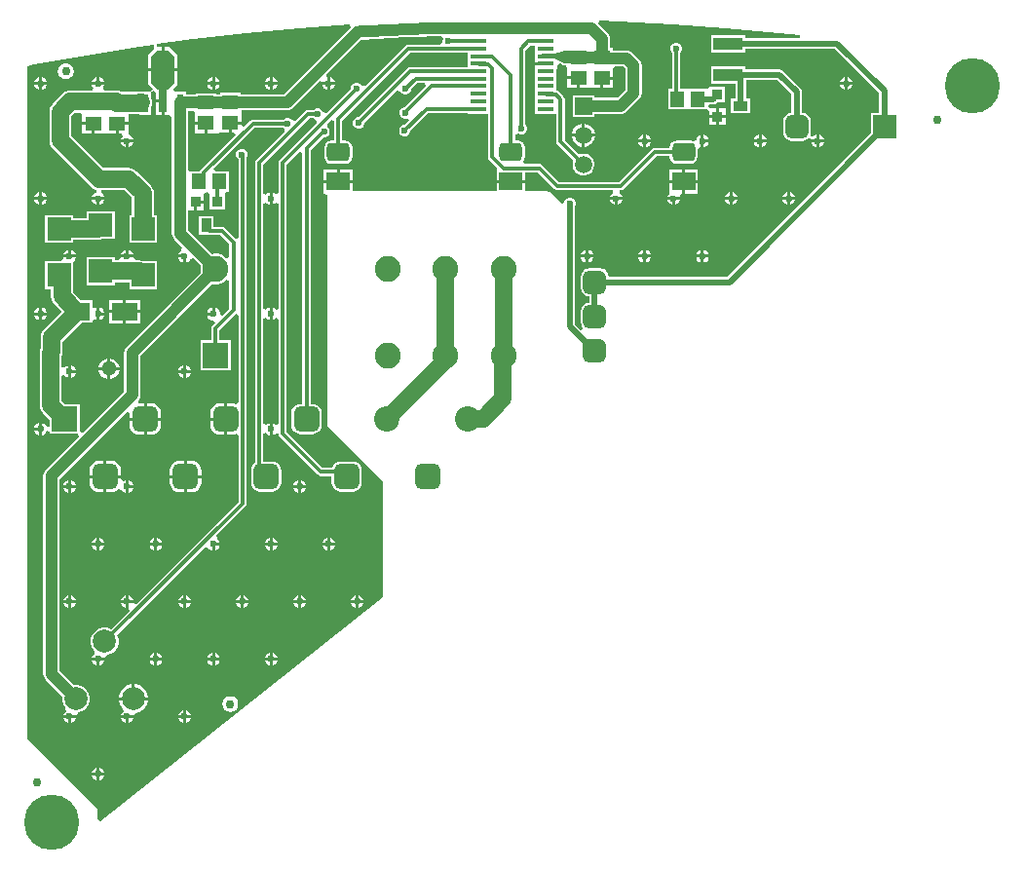
<source format=gtl>
G04*
G04 #@! TF.GenerationSoftware,Altium Limited,Altium Designer,24.10.1 (45)*
G04*
G04 Layer_Physical_Order=1*
G04 Layer_Color=255*
%FSLAX43Y43*%
%MOMM*%
G71*
G04*
G04 #@! TF.SameCoordinates,DA216BA7-6C9C-4F93-A9C1-4DB8622052F4*
G04*
G04*
G04 #@! TF.FilePolarity,Positive*
G04*
G01*
G75*
%ADD10C,0.300*%
%ADD17C,0.500*%
%ADD19R,1.200X1.400*%
%ADD20R,1.400X1.200*%
%ADD21R,1.475X0.450*%
%ADD22R,2.000X2.000*%
%ADD23R,2.200X1.550*%
%ADD24R,1.270X0.914*%
%ADD25R,0.914X0.914*%
%ADD26R,0.914X1.270*%
%ADD27R,0.914X0.914*%
%ADD28R,2.600X1.100*%
G04:AMPARAMS|DCode=29|XSize=2mm|YSize=3.4mm|CornerRadius=0mm|HoleSize=0mm|Usage=FLASHONLY|Rotation=180.000|XOffset=0mm|YOffset=0mm|HoleType=Round|Shape=Octagon|*
%AMOCTAGOND29*
4,1,8,0.500,-1.700,-0.500,-1.700,-1.000,-1.200,-1.000,1.200,-0.500,1.700,0.500,1.700,1.000,1.200,1.000,-1.200,0.500,-1.700,0.0*
%
%ADD29OCTAGOND29*%

%ADD30R,0.600X1.600*%
%ADD31R,0.700X2.000*%
%ADD59C,1.000*%
%ADD60C,0.762*%
%ADD61C,1.500*%
%ADD62R,2.000X1.600*%
G04:AMPARAMS|DCode=63|XSize=2mm|YSize=1.6mm|CornerRadius=0.4mm|HoleSize=0mm|Usage=FLASHONLY|Rotation=0.000|XOffset=0mm|YOffset=0mm|HoleType=Round|Shape=RoundedRectangle|*
%AMROUNDEDRECTD63*
21,1,2.000,0.800,0,0,0.0*
21,1,1.200,1.600,0,0,0.0*
1,1,0.800,0.600,-0.400*
1,1,0.800,-0.600,-0.400*
1,1,0.800,-0.600,0.400*
1,1,0.800,0.600,0.400*
%
%ADD63ROUNDEDRECTD63*%
%ADD64C,1.500*%
%ADD65R,1.500X1.500*%
%ADD66C,1.300*%
%ADD67C,4.800*%
%ADD68R,2.250X2.250*%
%ADD69C,2.250*%
%ADD70C,2.200*%
G04:AMPARAMS|DCode=71|XSize=2.2mm|YSize=2.2mm|CornerRadius=0.55mm|HoleSize=0mm|Usage=FLASHONLY|Rotation=90.000|XOffset=0mm|YOffset=0mm|HoleType=Round|Shape=RoundedRectangle|*
%AMROUNDEDRECTD71*
21,1,2.200,1.100,0,0,90.0*
21,1,1.100,2.200,0,0,90.0*
1,1,1.100,0.550,0.550*
1,1,1.100,0.550,-0.550*
1,1,1.100,-0.550,-0.550*
1,1,1.100,-0.550,0.550*
%
%ADD71ROUNDEDRECTD71*%
%ADD72R,2.200X2.200*%
%ADD73C,2.000*%
G04:AMPARAMS|DCode=74|XSize=2mm|YSize=2mm|CornerRadius=0.5mm|HoleSize=0mm|Usage=FLASHONLY|Rotation=180.000|XOffset=0mm|YOffset=0mm|HoleType=Round|Shape=RoundedRectangle|*
%AMROUNDEDRECTD74*
21,1,2.000,1.000,0,0,180.0*
21,1,1.000,2.000,0,0,180.0*
1,1,1.000,-0.500,0.500*
1,1,1.000,0.500,0.500*
1,1,1.000,0.500,-0.500*
1,1,1.000,-0.500,-0.500*
%
%ADD74ROUNDEDRECTD74*%
%ADD75C,0.600*%
G36*
X89941Y113840D02*
X89919Y113786D01*
Y113588D01*
X89729Y113382D01*
X86928D01*
X86792Y113355D01*
X86676Y113277D01*
X83196Y109797D01*
X82896Y109857D01*
X82893Y109865D01*
X82752Y110005D01*
X82568Y110082D01*
X82369D01*
X82186Y110005D01*
X82045Y109865D01*
X81969Y109681D01*
Y109586D01*
X79819Y107437D01*
X79719Y107450D01*
X79545Y107521D01*
X79489Y107655D01*
X79348Y107796D01*
X79165Y107872D01*
X78966D01*
X78782Y107796D01*
X78715Y107729D01*
X78202D01*
X78065Y107701D01*
X77949Y107624D01*
X77128Y106803D01*
X76847Y106817D01*
X76707Y106957D01*
X76523Y107034D01*
X76324D01*
X76140Y106957D01*
X76073Y106890D01*
X73452D01*
X73315Y106863D01*
X73199Y106786D01*
X72651Y106238D01*
X72417Y106335D01*
Y106461D01*
X71590D01*
Y105734D01*
X71815D01*
X71913Y105499D01*
X68914Y102501D01*
X68837Y102385D01*
X68836Y102379D01*
X67916D01*
X67808Y102588D01*
Y107644D01*
X68336D01*
X68400Y107416D01*
X68400Y107331D01*
Y106689D01*
X69354D01*
Y106562D01*
X69481D01*
Y105708D01*
X70265D01*
X70308Y105708D01*
X70552Y105734D01*
X71336D01*
Y106588D01*
X71463D01*
Y106715D01*
X72417D01*
Y107442D01*
X72417Y107442D01*
X72451Y107682D01*
X76398D01*
X76581Y107706D01*
X76751Y107776D01*
X76897Y107889D01*
X79211Y110202D01*
X79361Y110144D01*
X79383Y110127D01*
X79873D01*
Y110617D01*
X79856Y110639D01*
X79798Y110789D01*
X82831Y113822D01*
X86752Y114030D01*
X88566Y114088D01*
Y114088D01*
X88571Y114094D01*
X89787D01*
X89941Y113840D01*
D02*
G37*
G36*
X101519Y112643D02*
X101722Y112440D01*
X101657Y112375D01*
X101722Y112310D01*
X101519Y112107D01*
Y111766D01*
X100503D01*
X99639Y112172D01*
X98468D01*
X98894Y112375D01*
X98468Y112578D01*
X99639D01*
X100528Y112884D01*
X101519D01*
Y112643D01*
D02*
G37*
G36*
X105261Y115429D02*
X109897Y115183D01*
X114528Y114838D01*
X119150Y114396D01*
X120954Y114184D01*
X120939Y113930D01*
X116227D01*
Y114222D01*
X113227D01*
Y112722D01*
X116227D01*
Y113013D01*
X124007D01*
X127857Y109163D01*
Y107429D01*
X127116D01*
Y105678D01*
X114641Y93203D01*
X104350D01*
Y93244D01*
X104326Y93427D01*
X104256Y93597D01*
X104144Y93743D01*
X103997Y93856D01*
X103827Y93926D01*
X103644Y93950D01*
X102644D01*
X102462Y93926D01*
X102291Y93856D01*
X102145Y93743D01*
X102033Y93597D01*
X101962Y93427D01*
X101938Y93244D01*
Y92244D01*
X101962Y92061D01*
X102033Y91891D01*
X102145Y91745D01*
X102291Y91633D01*
X102462Y91562D01*
X102644Y91538D01*
X102686D01*
Y90950D01*
X102644D01*
X102462Y90926D01*
X102291Y90856D01*
X102145Y90743D01*
X102033Y90597D01*
X101962Y90427D01*
X101938Y90244D01*
Y89244D01*
X101962Y89061D01*
X102033Y88891D01*
X102123Y88773D01*
X101932Y88605D01*
X101444Y89093D01*
Y99391D01*
X101485Y99491D01*
Y99689D01*
X101409Y99873D01*
X101269Y100014D01*
X101085Y100090D01*
X100886D01*
X100702Y100014D01*
X100562Y99873D01*
X100485Y99689D01*
Y99686D01*
X100231Y99580D01*
X99265Y100546D01*
X99157Y100619D01*
X99030Y100644D01*
X97114D01*
Y101378D01*
X94606D01*
Y100644D01*
X82114D01*
Y101378D01*
X79606D01*
Y100451D01*
X79644D01*
X79875Y100311D01*
Y80422D01*
X79900Y80295D01*
X79972Y80187D01*
X84752Y75408D01*
Y65344D01*
X60143Y45927D01*
X59915Y46038D01*
Y46844D01*
X59888Y46980D01*
X59810Y47096D01*
X53816Y53090D01*
X53816Y111519D01*
X54440Y111647D01*
X59008Y112480D01*
X63592Y113216D01*
X64751Y113377D01*
X64801Y113338D01*
X64822Y113013D01*
X64348Y112539D01*
Y111339D01*
X65475D01*
Y113166D01*
X65076D01*
X65059Y113420D01*
X68191Y113855D01*
X72803Y114396D01*
X77425Y114838D01*
X81818Y115165D01*
X81931Y114919D01*
X76106Y109094D01*
X72363D01*
Y109188D01*
X70563D01*
Y109056D01*
X70254D01*
Y109162D01*
X68454D01*
Y109056D01*
X67602D01*
Y109312D01*
X66642D01*
X66491Y109520D01*
X66856Y109885D01*
Y111085D01*
X65602D01*
X64348D01*
Y109885D01*
X64713Y109520D01*
X64562Y109312D01*
X64364Y109312D01*
X63602D01*
Y109287D01*
X63579Y109284D01*
X61987D01*
X61794Y109364D01*
X61546Y109397D01*
X60539D01*
X60434Y109651D01*
X60470Y109686D01*
X60547Y109873D01*
X59453D01*
X59530Y109686D01*
X59566Y109651D01*
X59461Y109397D01*
X57592D01*
X57344Y109364D01*
X57113Y109268D01*
X56914Y109116D01*
X56036Y108237D01*
X55883Y108039D01*
X55788Y107808D01*
X55755Y107560D01*
Y105060D01*
X55788Y104812D01*
X55883Y104581D01*
X56036Y104383D01*
X59388Y101030D01*
X59587Y100878D01*
X59802Y100789D01*
X59819Y100733D01*
X59821Y100525D01*
X59686Y100470D01*
X59530Y100314D01*
X59453Y100127D01*
X60547D01*
X60470Y100314D01*
X60314Y100470D01*
X60252Y100495D01*
X60302Y100749D01*
X62260D01*
X62918Y100091D01*
Y98558D01*
X62676D01*
Y96158D01*
X65076D01*
Y98558D01*
X64834D01*
Y100488D01*
X64802Y100736D01*
X64706Y100967D01*
X64554Y101166D01*
X63334Y102385D01*
X63136Y102537D01*
X62905Y102633D01*
X62657Y102666D01*
X60463D01*
X57671Y105457D01*
Y107163D01*
X57989Y107480D01*
X58384D01*
X58596Y107380D01*
X58596Y107226D01*
Y106653D01*
X59550D01*
Y106526D01*
X59677D01*
Y105672D01*
X60450D01*
X60504Y105672D01*
X60704D01*
X60758Y105672D01*
X61531D01*
Y106526D01*
X61658D01*
Y106653D01*
X62612D01*
Y107368D01*
X63602D01*
Y107312D01*
X64602D01*
Y107975D01*
X64649Y108089D01*
X64682Y108337D01*
X64649Y108585D01*
X64602Y108699D01*
Y109061D01*
X64602Y109271D01*
X64810Y109423D01*
X64975Y109258D01*
X64998D01*
Y108639D01*
X65602D01*
Y108512D01*
X65729D01*
Y107258D01*
X66142D01*
X66206Y107258D01*
X66396Y107103D01*
Y96976D01*
X66420Y96793D01*
X66490Y96623D01*
X66603Y96477D01*
X67291Y95788D01*
X67232Y95489D01*
X67186Y95470D01*
X67030Y95314D01*
X66953Y95127D01*
X67500D01*
Y95000D01*
X67627D01*
Y94453D01*
X67814Y94530D01*
X67970Y94686D01*
X67989Y94732D01*
X68288Y94791D01*
X68894Y94186D01*
X68862Y94066D01*
Y93717D01*
X68894Y93597D01*
X62437Y87140D01*
X62325Y86994D01*
X62254Y86824D01*
X62230Y86641D01*
Y83229D01*
X58639Y79638D01*
X58385Y79743D01*
Y82150D01*
X57140D01*
X56808Y82482D01*
Y84577D01*
X56913Y84629D01*
X57062Y84655D01*
X57186Y84530D01*
X57373Y84453D01*
Y85000D01*
Y85547D01*
X57186Y85470D01*
X57062Y85345D01*
X56913Y85371D01*
X56808Y85423D01*
Y86361D01*
X56855Y86475D01*
X56888Y86723D01*
Y87540D01*
X58496Y89148D01*
X58536Y89201D01*
X59468D01*
Y89389D01*
X59574Y89457D01*
X59722Y89515D01*
X59873Y89453D01*
Y90000D01*
Y90547D01*
X59722Y90485D01*
X59574Y90543D01*
X59468Y90611D01*
Y91151D01*
X58536D01*
X58496Y91204D01*
X57794Y91905D01*
Y93108D01*
X57786Y93170D01*
Y94519D01*
X57814Y94530D01*
X57970Y94686D01*
X58047Y94873D01*
X56953D01*
X56978Y94812D01*
X56827Y94558D01*
X55386D01*
Y92158D01*
X55878D01*
Y91508D01*
X55911Y91260D01*
X56006Y91029D01*
X56159Y90831D01*
X56813Y90176D01*
X55252Y88615D01*
X55100Y88416D01*
X55004Y88185D01*
X54971Y87937D01*
Y87005D01*
X54924Y86891D01*
X54891Y86643D01*
Y82085D01*
X54924Y81837D01*
X55020Y81606D01*
X55172Y81407D01*
X55785Y80795D01*
Y80217D01*
X55531Y80167D01*
X55470Y80314D01*
X55314Y80470D01*
X55127Y80547D01*
Y80000D01*
Y79453D01*
X55314Y79530D01*
X55470Y79686D01*
X55531Y79833D01*
X55785Y79783D01*
Y79550D01*
X58191D01*
X58297Y79296D01*
X55427Y76426D01*
X55314Y76280D01*
X55244Y76109D01*
X55220Y75927D01*
Y58658D01*
X55244Y58476D01*
X55314Y58305D01*
X55427Y58159D01*
X56858Y56728D01*
X56849Y56694D01*
Y56378D01*
X56930Y56072D01*
X57088Y55799D01*
X57155Y55732D01*
X57186Y55470D01*
X57030Y55314D01*
X56953Y55127D01*
X58065D01*
X58192Y55315D01*
X58233Y55343D01*
X58512Y55417D01*
X58785Y55575D01*
X59009Y55799D01*
X59167Y56072D01*
X59249Y56378D01*
Y56694D01*
X59167Y56999D01*
X59009Y57272D01*
X58785Y57496D01*
X58512Y57654D01*
X58207Y57736D01*
X57891D01*
X57856Y57726D01*
X56632Y58951D01*
Y75634D01*
X62478Y81480D01*
X62649Y81424D01*
X62724Y81367D01*
Y80977D01*
X63958D01*
Y82211D01*
X63568D01*
X63491Y82310D01*
X63472Y82355D01*
X63449Y82456D01*
X63548Y82584D01*
X63618Y82754D01*
X63642Y82937D01*
Y86349D01*
X69892Y92599D01*
X70012Y92566D01*
X70361D01*
X70698Y92657D01*
X71000Y92831D01*
X71139Y92970D01*
X71393Y92865D01*
Y90451D01*
X70791Y89849D01*
X70554Y89971D01*
Y90110D01*
X70470Y90314D01*
X70314Y90470D01*
X70127Y90547D01*
Y90000D01*
X70000D01*
Y89873D01*
X69453D01*
X69530Y89686D01*
X69686Y89530D01*
X69890Y89446D01*
X70029D01*
X70151Y89209D01*
X69934Y88992D01*
X69857Y88876D01*
X69830Y88740D01*
Y87716D01*
X68862D01*
Y85066D01*
X71512D01*
Y87716D01*
X70543D01*
Y88592D01*
X71924Y89972D01*
X72178Y89867D01*
Y82296D01*
X71924Y82150D01*
X71844Y82183D01*
X71635Y82211D01*
X71212D01*
Y80850D01*
Y79489D01*
X71635D01*
X71844Y79517D01*
X71924Y79549D01*
X72178Y79403D01*
Y73669D01*
X63280Y64772D01*
X63095Y64868D01*
X63090Y64873D01*
X62627D01*
Y64410D01*
X62632Y64405D01*
X62728Y64220D01*
X61107Y62599D01*
X61012Y62654D01*
X60707Y62736D01*
X60391D01*
X60085Y62654D01*
X59812Y62496D01*
X59588Y62272D01*
X59430Y61999D01*
X59349Y61694D01*
Y61378D01*
X59430Y61072D01*
X59588Y60799D01*
X59655Y60732D01*
X59686Y60470D01*
X59530Y60314D01*
X59453Y60127D01*
X60565D01*
X60692Y60315D01*
X60733Y60343D01*
X61012Y60417D01*
X61285Y60575D01*
X61509Y60799D01*
X61667Y61072D01*
X61749Y61378D01*
Y61694D01*
X61667Y61999D01*
X61612Y62094D01*
X69240Y69723D01*
X69530Y69686D01*
X69686Y69530D01*
X69873Y69453D01*
Y70000D01*
X70000D01*
Y70127D01*
X70547D01*
X70470Y70314D01*
X70314Y70470D01*
X70277Y70760D01*
X72787Y73269D01*
X72864Y73385D01*
X72891Y73522D01*
Y103530D01*
X72910Y103549D01*
X72987Y103732D01*
Y103931D01*
X72910Y104115D01*
X72770Y104256D01*
X72586Y104332D01*
X72387D01*
X72203Y104256D01*
X72063Y104115D01*
X71987Y103931D01*
Y103732D01*
X72063Y103549D01*
X72178Y103434D01*
Y96632D01*
X71924Y96527D01*
X71008Y97443D01*
X70892Y97520D01*
X70756Y97547D01*
X70032D01*
Y98510D01*
X68717D01*
Y96840D01*
X69647D01*
X69682Y96833D01*
X70608D01*
X71393Y96048D01*
Y94918D01*
X71139Y94813D01*
X71000Y94952D01*
X70698Y95126D01*
X70361Y95216D01*
X70012D01*
X69892Y95184D01*
X67808Y97269D01*
Y98996D01*
X68308D01*
Y99707D01*
X68435D01*
Y99834D01*
X69146D01*
Y100418D01*
X69281Y100534D01*
X69470Y100570D01*
X69642Y100432D01*
X69682Y100325D01*
Y99050D01*
X70997D01*
Y100364D01*
X71092Y100579D01*
X71316D01*
Y102379D01*
X70134D01*
X70037Y102614D01*
X73600Y106177D01*
X76073D01*
X76140Y106110D01*
X76154Y105829D01*
X73707Y103382D01*
X73630Y103267D01*
X73603Y103130D01*
Y77014D01*
X73500Y76935D01*
X73379Y76778D01*
X73304Y76596D01*
X73278Y76400D01*
Y75300D01*
X73304Y75104D01*
X73379Y74922D01*
X73500Y74765D01*
X73656Y74645D01*
X73839Y74569D01*
X74035Y74543D01*
X75135D01*
X75330Y74569D01*
X75513Y74645D01*
X75670Y74765D01*
X75790Y74922D01*
X75865Y75104D01*
X75891Y75300D01*
Y76400D01*
X75865Y76596D01*
X75790Y76778D01*
X75670Y76935D01*
X75513Y77055D01*
X75330Y77131D01*
X75135Y77156D01*
X74317D01*
Y79568D01*
X74380Y79603D01*
X74571Y79646D01*
X74686Y79530D01*
X74873Y79453D01*
Y80000D01*
Y80547D01*
X74686Y80470D01*
X74571Y80354D01*
X74380Y80397D01*
X74317Y80432D01*
Y89568D01*
X74380Y89603D01*
X74571Y89646D01*
X74686Y89530D01*
X74873Y89453D01*
Y90000D01*
Y90547D01*
X74686Y90470D01*
X74571Y90354D01*
X74380Y90397D01*
X74317Y90432D01*
Y99568D01*
X74380Y99603D01*
X74571Y99646D01*
X74686Y99530D01*
X74873Y99453D01*
Y100000D01*
Y100547D01*
X74686Y100470D01*
X74571Y100354D01*
X74380Y100397D01*
X74317Y100432D01*
Y102982D01*
X78349Y107015D01*
X78715D01*
X78782Y106948D01*
X78916Y106892D01*
X78987Y106718D01*
X79000Y106618D01*
X75765Y103382D01*
X75688Y103267D01*
X75660Y103130D01*
Y100467D01*
X75406Y100377D01*
X75314Y100470D01*
X75127Y100547D01*
Y100000D01*
Y99453D01*
X75314Y99530D01*
X75406Y99623D01*
X75660Y99533D01*
Y90467D01*
X75406Y90377D01*
X75314Y90470D01*
X75127Y90547D01*
Y90000D01*
Y89453D01*
X75314Y89530D01*
X75406Y89623D01*
X75660Y89533D01*
Y80467D01*
X75406Y80377D01*
X75314Y80470D01*
X75127Y80547D01*
Y80000D01*
Y79453D01*
X75314Y79530D01*
X75406Y79623D01*
X75549Y79601D01*
X75667Y79550D01*
X75688Y79448D01*
X75765Y79332D01*
X79099Y75997D01*
X79215Y75920D01*
X79352Y75893D01*
X80278D01*
Y75300D01*
X80304Y75104D01*
X80379Y74922D01*
X80500Y74765D01*
X80656Y74645D01*
X80839Y74569D01*
X81035Y74543D01*
X82135D01*
X82330Y74569D01*
X82513Y74645D01*
X82670Y74765D01*
X82790Y74922D01*
X82865Y75104D01*
X82891Y75300D01*
Y76400D01*
X82865Y76596D01*
X82790Y76778D01*
X82670Y76935D01*
X82513Y77055D01*
X82330Y77131D01*
X82135Y77156D01*
X81035D01*
X80839Y77131D01*
X80656Y77055D01*
X80500Y76935D01*
X80379Y76778D01*
X80308Y76607D01*
X79499D01*
X76374Y79732D01*
Y102982D01*
X77493Y104101D01*
X77728Y104004D01*
Y82156D01*
X77535D01*
X77339Y82131D01*
X77156Y82055D01*
X77000Y81935D01*
X76879Y81778D01*
X76804Y81596D01*
X76778Y81400D01*
Y80300D01*
X76804Y80104D01*
X76879Y79922D01*
X77000Y79765D01*
X77156Y79645D01*
X77339Y79569D01*
X77535Y79543D01*
X78635D01*
X78830Y79569D01*
X79013Y79645D01*
X79170Y79765D01*
X79290Y79922D01*
X79365Y80104D01*
X79391Y80300D01*
Y81400D01*
X79365Y81596D01*
X79290Y81778D01*
X79170Y81935D01*
X79013Y82055D01*
X78830Y82131D01*
X78635Y82156D01*
X78441D01*
Y104224D01*
X79370Y105152D01*
X79407Y105177D01*
X79537Y105307D01*
X79713D01*
X79897Y105383D01*
X80038Y105524D01*
X80114Y105708D01*
Y105907D01*
X80038Y106091D01*
X79897Y106231D01*
X79898Y106506D01*
X80249Y106857D01*
X80503Y106752D01*
Y105057D01*
X80260D01*
X80025Y105010D01*
X79827Y104877D01*
X79694Y104679D01*
X79648Y104445D01*
Y103645D01*
X79694Y103411D01*
X79827Y103212D01*
X80025Y103080D01*
X80260Y103033D01*
X81460D01*
X81694Y103080D01*
X81892Y103212D01*
X82025Y103411D01*
X82071Y103645D01*
Y104445D01*
X82025Y104679D01*
X81892Y104877D01*
X81694Y105010D01*
X81460Y105057D01*
X81216D01*
Y106809D01*
X87076Y112668D01*
X92081D01*
Y111432D01*
X87137D01*
X87001Y111405D01*
X86885Y111327D01*
X82642Y107084D01*
X82547D01*
X82363Y107008D01*
X82223Y106868D01*
X82147Y106684D01*
Y106485D01*
X82223Y106301D01*
X82363Y106161D01*
X82547Y106084D01*
X82746D01*
X82930Y106161D01*
X83070Y106301D01*
X83147Y106485D01*
Y106580D01*
X85951Y109384D01*
X86236Y109310D01*
X86261Y109248D01*
X86402Y109107D01*
X86586Y109031D01*
X86785D01*
X86968Y109107D01*
X87109Y109248D01*
X87185Y109431D01*
Y109526D01*
X87727Y110068D01*
X88391D01*
X88496Y109814D01*
X86655Y107973D01*
X86586D01*
X86402Y107897D01*
X86261Y107757D01*
X86185Y107573D01*
Y107374D01*
X86261Y107190D01*
X86402Y107050D01*
X86586Y106973D01*
X86785D01*
X86845Y106998D01*
X86989Y106783D01*
X86630Y106424D01*
X86535D01*
X86351Y106348D01*
X86211Y106207D01*
X86134Y106023D01*
Y105825D01*
X86211Y105641D01*
X86351Y105500D01*
X86535Y105424D01*
X86734D01*
X86918Y105500D01*
X87058Y105641D01*
X87134Y105825D01*
Y105919D01*
X88683Y107468D01*
X92081D01*
Y107400D01*
X93872D01*
Y103615D01*
X93899Y103478D01*
X93977Y103362D01*
X94657Y102682D01*
X94606Y102559D01*
X94606D01*
Y101632D01*
X97114D01*
Y102298D01*
X98215D01*
X99667Y100846D01*
X99783Y100768D01*
X99920Y100741D01*
X104678D01*
X104728Y100487D01*
X104686Y100470D01*
X104530Y100314D01*
X104453Y100127D01*
X105547D01*
X105470Y100314D01*
X105314Y100470D01*
X105272Y100487D01*
X105322Y100741D01*
X105430D01*
X105567Y100768D01*
X105683Y100846D01*
X108525Y103688D01*
X109648D01*
Y103645D01*
X109694Y103411D01*
X109827Y103212D01*
X110025Y103080D01*
X110260Y103033D01*
X111460D01*
X111694Y103080D01*
X111892Y103212D01*
X112025Y103411D01*
X112071Y103645D01*
Y104313D01*
X112306Y104475D01*
X112317Y104476D01*
X112373Y104453D01*
Y105000D01*
Y105547D01*
X112186Y105470D01*
X112030Y105314D01*
X111958Y105139D01*
X111904Y105094D01*
X111694Y105010D01*
X111460Y105057D01*
X110260D01*
X110025Y105010D01*
X109827Y104877D01*
X109694Y104679D01*
X109648Y104445D01*
Y104402D01*
X108377D01*
X108241Y104374D01*
X108125Y104297D01*
X105283Y101455D01*
X100067D01*
X98615Y102907D01*
X98499Y102984D01*
X98363Y103012D01*
X97040D01*
X96992Y103077D01*
X96928Y103266D01*
X97025Y103411D01*
X97071Y103645D01*
Y104445D01*
X97025Y104679D01*
X96892Y104877D01*
X96694Y105010D01*
X96460Y105057D01*
X96216D01*
Y105579D01*
X96470Y105684D01*
X96486Y105669D01*
X96670Y105592D01*
X96868D01*
X97052Y105669D01*
X97193Y105809D01*
X97269Y105993D01*
Y106192D01*
X97193Y106376D01*
X97075Y106493D01*
Y112888D01*
X97505Y113318D01*
X97957D01*
Y112204D01*
X97903D01*
Y111852D01*
X98894D01*
Y111598D01*
X97903D01*
Y111246D01*
X97957D01*
Y110000D01*
Y109350D01*
Y108700D01*
Y108050D01*
Y107400D01*
X99816D01*
Y104959D01*
X99843Y104822D01*
X99920Y104706D01*
X101274Y103353D01*
X101269Y103344D01*
X101204Y103103D01*
Y102853D01*
X101269Y102611D01*
X101394Y102394D01*
X101570Y102217D01*
X101787Y102092D01*
X102029Y102028D01*
X102279D01*
X102520Y102092D01*
X102737Y102217D01*
X102914Y102394D01*
X103039Y102611D01*
X103104Y102853D01*
Y103103D01*
X103039Y103344D01*
X102914Y103561D01*
X102737Y103738D01*
X102520Y103863D01*
X102279Y103928D01*
X102029D01*
X101787Y103863D01*
X101778Y103858D01*
X100529Y105107D01*
Y108654D01*
X100502Y108791D01*
X100425Y108906D01*
X100029Y109302D01*
X99913Y109380D01*
X99832Y109396D01*
Y110000D01*
Y111246D01*
X99886D01*
Y111594D01*
X100100Y111730D01*
X100416Y111581D01*
X100421Y111580D01*
X100425Y111578D01*
X100459Y111571D01*
X100493Y111562D01*
X100498Y111563D01*
X100503Y111562D01*
X100632D01*
X100768Y111364D01*
X100768Y111279D01*
Y110637D01*
X101722D01*
Y110510D01*
X101849D01*
Y109656D01*
X102582D01*
X102825Y109631D01*
X102919Y109631D01*
X103652D01*
Y110485D01*
X103779D01*
Y110612D01*
X104733D01*
Y111225D01*
X104733Y111339D01*
X104929Y111479D01*
X105606D01*
X105817Y111269D01*
Y109468D01*
X105113Y108764D01*
X103104D01*
Y109008D01*
X101204D01*
Y107108D01*
X103104D01*
Y107352D01*
X105405D01*
X105588Y107376D01*
X105758Y107446D01*
X105904Y107558D01*
X107022Y108676D01*
X107134Y108822D01*
X107205Y108992D01*
X107229Y109175D01*
Y111561D01*
X107205Y111744D01*
X107134Y111914D01*
X107022Y112060D01*
X106398Y112684D01*
X106252Y112796D01*
X106082Y112867D01*
X105899Y112891D01*
X104679D01*
Y113085D01*
X104485D01*
Y113900D01*
X104461Y114082D01*
X104391Y114253D01*
X104279Y114399D01*
X103444Y115233D01*
X103514Y115443D01*
X103547Y115484D01*
X105261Y115429D01*
D02*
G37*
%LPC*%
G36*
X80127Y110547D02*
Y110127D01*
X80547D01*
X80470Y110314D01*
X80314Y110470D01*
X80127Y110547D01*
D02*
G37*
G36*
X80547Y109873D02*
X80127D01*
Y109453D01*
X80314Y109530D01*
X80470Y109686D01*
X80547Y109873D01*
D02*
G37*
G36*
X79873D02*
X79453D01*
X79530Y109686D01*
X79686Y109530D01*
X79873Y109453D01*
Y109873D01*
D02*
G37*
G36*
X69227Y106435D02*
X68400D01*
Y105708D01*
X69227D01*
Y106435D01*
D02*
G37*
G36*
X66229Y113166D02*
X65729D01*
Y111339D01*
X66856D01*
Y112539D01*
X66229Y113166D01*
D02*
G37*
G36*
X57238Y111765D02*
X57104D01*
X56972Y111739D01*
X56848Y111687D01*
X56737Y111613D01*
X56642Y111518D01*
X56567Y111406D01*
X56516Y111282D01*
X56490Y111151D01*
Y111016D01*
X56516Y110885D01*
X56567Y110761D01*
X56642Y110649D01*
X56737Y110554D01*
X56848Y110480D01*
X56972Y110428D01*
X57104Y110402D01*
X57238D01*
X57370Y110428D01*
X57494Y110480D01*
X57605Y110554D01*
X57700Y110649D01*
X57775Y110761D01*
X57826Y110885D01*
X57852Y111016D01*
Y111151D01*
X57826Y111282D01*
X57775Y111406D01*
X57700Y111518D01*
X57605Y111613D01*
X57494Y111687D01*
X57370Y111739D01*
X57238Y111765D01*
D02*
G37*
G36*
X125127Y110547D02*
Y110127D01*
X125547D01*
X125470Y110314D01*
X125314Y110470D01*
X125127Y110547D01*
D02*
G37*
G36*
X124873D02*
X124686Y110470D01*
X124530Y110314D01*
X124453Y110127D01*
X124873D01*
Y110547D01*
D02*
G37*
G36*
X75127D02*
Y110127D01*
X75547D01*
X75470Y110314D01*
X75314Y110470D01*
X75127Y110547D01*
D02*
G37*
G36*
X74873D02*
X74686Y110470D01*
X74530Y110314D01*
X74453Y110127D01*
X74873D01*
Y110547D01*
D02*
G37*
G36*
X70127D02*
Y110127D01*
X70547D01*
X70470Y110314D01*
X70314Y110470D01*
X70127Y110547D01*
D02*
G37*
G36*
X69873D02*
X69686Y110470D01*
X69530Y110314D01*
X69453Y110127D01*
X69873D01*
Y110547D01*
D02*
G37*
G36*
X60127D02*
Y110127D01*
X60547D01*
X60470Y110314D01*
X60314Y110470D01*
X60127Y110547D01*
D02*
G37*
G36*
X59873D02*
X59686Y110470D01*
X59530Y110314D01*
X59453Y110127D01*
X59873D01*
Y110547D01*
D02*
G37*
G36*
X55127D02*
Y110127D01*
X55547D01*
X55470Y110314D01*
X55314Y110470D01*
X55127Y110547D01*
D02*
G37*
G36*
X54873D02*
X54686Y110470D01*
X54530Y110314D01*
X54453Y110127D01*
X54873D01*
Y110547D01*
D02*
G37*
G36*
X101595Y110383D02*
X100768D01*
Y109656D01*
X101595D01*
Y110383D01*
D02*
G37*
G36*
X104733Y110358D02*
X103906D01*
Y109631D01*
X104733D01*
Y110358D01*
D02*
G37*
G36*
X125547Y109873D02*
X125127D01*
Y109453D01*
X125314Y109530D01*
X125470Y109686D01*
X125547Y109873D01*
D02*
G37*
G36*
X124873D02*
X124453D01*
X124530Y109686D01*
X124686Y109530D01*
X124873Y109453D01*
Y109873D01*
D02*
G37*
G36*
X75547D02*
X75127D01*
Y109453D01*
X75314Y109530D01*
X75470Y109686D01*
X75547Y109873D01*
D02*
G37*
G36*
X74873D02*
X74453D01*
X74530Y109686D01*
X74686Y109530D01*
X74873Y109453D01*
Y109873D01*
D02*
G37*
G36*
X70547D02*
X70127D01*
Y109453D01*
X70314Y109530D01*
X70470Y109686D01*
X70547Y109873D01*
D02*
G37*
G36*
X69873D02*
X69453D01*
X69530Y109686D01*
X69686Y109530D01*
X69873Y109453D01*
Y109873D01*
D02*
G37*
G36*
X55547D02*
X55127D01*
Y109453D01*
X55314Y109530D01*
X55470Y109686D01*
X55547Y109873D01*
D02*
G37*
G36*
X54873D02*
X54453D01*
X54530Y109686D01*
X54686Y109530D01*
X54873Y109453D01*
Y109873D01*
D02*
G37*
G36*
X65475Y108385D02*
X64998D01*
Y107258D01*
X65475D01*
Y108385D01*
D02*
G37*
G36*
X113914Y107842D02*
Y107257D01*
X114498D01*
Y107842D01*
X113914D01*
D02*
G37*
G36*
X110305Y113552D02*
X110106D01*
X109922Y113476D01*
X109782Y113335D01*
X109706Y113151D01*
Y112953D01*
X109782Y112769D01*
X109849Y112702D01*
Y109567D01*
X109496D01*
Y107767D01*
X111042D01*
X111096Y107767D01*
X111296Y107767D01*
X111350Y107767D01*
X112791Y107767D01*
X112896Y107767D01*
X113076Y107588D01*
D01*
X113076Y107588D01*
Y107257D01*
X113660D01*
Y107842D01*
X113181Y107842D01*
D01*
X113179D01*
X113005Y108066D01*
X113058Y108208D01*
X113419D01*
X113594Y108243D01*
X113743Y108343D01*
X113779Y108378D01*
X114444D01*
Y109693D01*
X113130D01*
Y109616D01*
X112896Y109567D01*
Y109567D01*
X111350D01*
X111296Y109567D01*
X111096Y109567D01*
X111042Y109567D01*
X110562D01*
Y112702D01*
X110629Y112769D01*
X110706Y112953D01*
Y113151D01*
X110629Y113335D01*
X110489Y113476D01*
X110305Y113552D01*
D02*
G37*
G36*
X114498Y107003D02*
X113914D01*
Y106419D01*
X114498D01*
Y107003D01*
D02*
G37*
G36*
X113660D02*
X113076D01*
Y106419D01*
X113660D01*
Y107003D01*
D02*
G37*
G36*
X59423Y106399D02*
X58596D01*
Y105672D01*
X59423D01*
Y106399D01*
D02*
G37*
G36*
X102286Y106522D02*
X102281D01*
Y105645D01*
X103158D01*
Y105650D01*
X103089Y105905D01*
X102957Y106134D01*
X102770Y106321D01*
X102541Y106453D01*
X102286Y106522D01*
D02*
G37*
G36*
X102027D02*
X102022D01*
X101766Y106453D01*
X101537Y106321D01*
X101350Y106134D01*
X101218Y105905D01*
X101150Y105650D01*
Y105645D01*
X102027D01*
Y106522D01*
D02*
G37*
G36*
X122627Y105547D02*
Y105127D01*
X123047D01*
X122970Y105314D01*
X122814Y105470D01*
X122627Y105547D01*
D02*
G37*
G36*
X116227Y111522D02*
X113227D01*
Y110022D01*
X115360D01*
Y108728D01*
X114984D01*
Y107413D01*
X116654D01*
Y108728D01*
X116278D01*
Y110313D01*
X119011D01*
X120237Y109087D01*
Y107435D01*
X120196D01*
X120013Y107411D01*
X119843Y107340D01*
X119697Y107228D01*
X119584Y107082D01*
X119514Y106912D01*
X119490Y106729D01*
Y105729D01*
X119514Y105546D01*
X119584Y105376D01*
X119697Y105230D01*
X119843Y105117D01*
X120013Y105047D01*
X120196Y105023D01*
X121196D01*
X121379Y105047D01*
X121549Y105117D01*
X121695Y105230D01*
X121734Y105281D01*
X121750Y105302D01*
X121972Y105174D01*
X121959Y105142D01*
X121953Y105127D01*
X122373D01*
Y105547D01*
X122186Y105470D01*
X122104Y105387D01*
X122075Y105358D01*
X121860Y105502D01*
X121868Y105523D01*
X121878Y105546D01*
X121902Y105729D01*
Y106729D01*
X121878Y106912D01*
X121807Y107082D01*
X121695Y107228D01*
X121549Y107340D01*
X121379Y107411D01*
X121196Y107435D01*
X121155D01*
Y109277D01*
X121120Y109452D01*
X121020Y109601D01*
X119525Y111096D01*
X119377Y111195D01*
X119201Y111230D01*
X116227D01*
Y111522D01*
D02*
G37*
G36*
X117627Y105547D02*
Y105127D01*
X118047D01*
X117970Y105314D01*
X117814Y105470D01*
X117627Y105547D01*
D02*
G37*
G36*
X117373D02*
X117186Y105470D01*
X117030Y105314D01*
X116953Y105127D01*
X117373D01*
Y105547D01*
D02*
G37*
G36*
X112627D02*
Y105127D01*
X113047D01*
X112970Y105314D01*
X112814Y105470D01*
X112627Y105547D01*
D02*
G37*
G36*
X107627D02*
Y105127D01*
X108047D01*
X107970Y105314D01*
X107814Y105470D01*
X107627Y105547D01*
D02*
G37*
G36*
X107373D02*
X107186Y105470D01*
X107030Y105314D01*
X106953Y105127D01*
X107373D01*
Y105547D01*
D02*
G37*
G36*
X62612Y106399D02*
X61785D01*
Y105672D01*
X62057D01*
X62065Y105658D01*
X62135Y105418D01*
X62030Y105314D01*
X61953Y105127D01*
X63047D01*
X62970Y105314D01*
X62814Y105470D01*
X62775Y105486D01*
X62612Y105672D01*
X62612Y105807D01*
Y106399D01*
D02*
G37*
G36*
X103158Y105391D02*
X102281D01*
Y104514D01*
X102286D01*
X102541Y104582D01*
X102770Y104714D01*
X102957Y104901D01*
X103089Y105130D01*
X103158Y105385D01*
Y105391D01*
D02*
G37*
G36*
X102027D02*
X101150D01*
Y105385D01*
X101218Y105130D01*
X101350Y104901D01*
X101537Y104714D01*
X101766Y104582D01*
X102022Y104514D01*
X102027D01*
Y105391D01*
D02*
G37*
G36*
X123047Y104873D02*
X122627D01*
Y104453D01*
X122814Y104530D01*
X122970Y104686D01*
X123047Y104873D01*
D02*
G37*
G36*
X122373D02*
X121953D01*
X122030Y104686D01*
X122186Y104530D01*
X122373Y104453D01*
Y104873D01*
D02*
G37*
G36*
X118047D02*
X117627D01*
Y104453D01*
X117814Y104530D01*
X117970Y104686D01*
X118047Y104873D01*
D02*
G37*
G36*
X117373D02*
X116953D01*
X117030Y104686D01*
X117186Y104530D01*
X117373Y104453D01*
Y104873D01*
D02*
G37*
G36*
X113047D02*
X112627D01*
Y104453D01*
X112814Y104530D01*
X112970Y104686D01*
X113047Y104873D01*
D02*
G37*
G36*
X108047D02*
X107627D01*
Y104453D01*
X107814Y104530D01*
X107970Y104686D01*
X108047Y104873D01*
D02*
G37*
G36*
X107373D02*
X106953D01*
X107030Y104686D01*
X107186Y104530D01*
X107373Y104453D01*
Y104873D01*
D02*
G37*
G36*
X63047D02*
X62627D01*
Y104453D01*
X62814Y104530D01*
X62970Y104686D01*
X63047Y104873D01*
D02*
G37*
G36*
X62373D02*
X61953D01*
X62030Y104686D01*
X62186Y104530D01*
X62373Y104453D01*
Y104873D01*
D02*
G37*
G36*
X112114Y102559D02*
X110987D01*
Y101632D01*
X112114D01*
Y102559D01*
D02*
G37*
G36*
X110733D02*
X109606D01*
Y101632D01*
X110733D01*
Y102559D01*
D02*
G37*
G36*
X82114D02*
X80987D01*
Y101632D01*
X82114D01*
Y102559D01*
D02*
G37*
G36*
X80733D02*
X79606D01*
Y101632D01*
X80733D01*
Y102559D01*
D02*
G37*
G36*
X112114Y101378D02*
X110987D01*
Y100451D01*
X112114D01*
Y101378D01*
D02*
G37*
G36*
X120127Y100547D02*
Y100127D01*
X120547D01*
X120470Y100314D01*
X120314Y100470D01*
X120127Y100547D01*
D02*
G37*
G36*
X119873D02*
X119686Y100470D01*
X119530Y100314D01*
X119453Y100127D01*
X119873D01*
Y100547D01*
D02*
G37*
G36*
X115127D02*
Y100127D01*
X115547D01*
X115470Y100314D01*
X115314Y100470D01*
X115127Y100547D01*
D02*
G37*
G36*
X114873D02*
X114686Y100470D01*
X114530Y100314D01*
X114453Y100127D01*
X114873D01*
Y100547D01*
D02*
G37*
G36*
X110733Y101378D02*
X109606D01*
Y100451D01*
X109543Y100327D01*
X109530Y100314D01*
X109453Y100127D01*
X110547D01*
X110518Y100197D01*
X110665Y100451D01*
X110733D01*
Y101378D01*
D02*
G37*
G36*
X55127Y100547D02*
Y100127D01*
X55547D01*
X55470Y100314D01*
X55314Y100470D01*
X55127Y100547D01*
D02*
G37*
G36*
X54873D02*
X54686Y100470D01*
X54530Y100314D01*
X54453Y100127D01*
X54873D01*
Y100547D01*
D02*
G37*
G36*
X120547Y99873D02*
X120127D01*
Y99453D01*
X120314Y99530D01*
X120470Y99686D01*
X120547Y99873D01*
D02*
G37*
G36*
X119873D02*
X119453D01*
X119530Y99686D01*
X119686Y99530D01*
X119873Y99453D01*
Y99873D01*
D02*
G37*
G36*
X115547D02*
X115127D01*
Y99453D01*
X115314Y99530D01*
X115470Y99686D01*
X115547Y99873D01*
D02*
G37*
G36*
X114873D02*
X114453D01*
X114530Y99686D01*
X114686Y99530D01*
X114873Y99453D01*
Y99873D01*
D02*
G37*
G36*
X110547D02*
X110127D01*
Y99453D01*
X110314Y99530D01*
X110470Y99686D01*
X110547Y99873D01*
D02*
G37*
G36*
X109873D02*
X109453D01*
X109530Y99686D01*
X109686Y99530D01*
X109873Y99453D01*
Y99873D01*
D02*
G37*
G36*
X105547D02*
X105127D01*
Y99453D01*
X105314Y99530D01*
X105470Y99686D01*
X105547Y99873D01*
D02*
G37*
G36*
X104873D02*
X104453D01*
X104530Y99686D01*
X104686Y99530D01*
X104873Y99453D01*
Y99873D01*
D02*
G37*
G36*
X60547D02*
X60127D01*
Y99453D01*
X60314Y99530D01*
X60470Y99686D01*
X60547Y99873D01*
D02*
G37*
G36*
X59873D02*
X59453D01*
X59530Y99686D01*
X59686Y99530D01*
X59873Y99453D01*
Y99873D01*
D02*
G37*
G36*
X55547D02*
X55127D01*
Y99453D01*
X55314Y99530D01*
X55470Y99686D01*
X55547Y99873D01*
D02*
G37*
G36*
X54873D02*
X54453D01*
X54530Y99686D01*
X54686Y99530D01*
X54873Y99453D01*
Y99873D01*
D02*
G37*
G36*
X69146Y99580D02*
X68562D01*
Y98996D01*
X69146D01*
Y99580D01*
D02*
G37*
G36*
X61418Y98888D02*
X59018D01*
Y98316D01*
X57786D01*
Y98558D01*
X55386D01*
Y96158D01*
X57786D01*
Y96399D01*
X59888D01*
X60136Y96432D01*
X60271Y96488D01*
X61418D01*
Y98888D01*
D02*
G37*
G36*
X112627Y95547D02*
Y95127D01*
X113047D01*
X112970Y95314D01*
X112814Y95470D01*
X112627Y95547D01*
D02*
G37*
G36*
X112373D02*
X112186Y95470D01*
X112030Y95314D01*
X111953Y95127D01*
X112373D01*
Y95547D01*
D02*
G37*
G36*
X107627D02*
Y95127D01*
X108047D01*
X107970Y95314D01*
X107814Y95470D01*
X107627Y95547D01*
D02*
G37*
G36*
X107373D02*
X107186Y95470D01*
X107030Y95314D01*
X106953Y95127D01*
X107373D01*
Y95547D01*
D02*
G37*
G36*
X102627D02*
Y95127D01*
X103047D01*
X102970Y95314D01*
X102814Y95470D01*
X102627Y95547D01*
D02*
G37*
G36*
X102373D02*
X102186Y95470D01*
X102030Y95314D01*
X101953Y95127D01*
X102373D01*
Y95547D01*
D02*
G37*
G36*
X62627D02*
Y95127D01*
X63047D01*
X62970Y95314D01*
X62814Y95470D01*
X62627Y95547D01*
D02*
G37*
G36*
X62373D02*
X62186Y95470D01*
X62030Y95314D01*
X61953Y95127D01*
X62373D01*
Y95547D01*
D02*
G37*
G36*
X57627D02*
Y95127D01*
X58047D01*
X57970Y95314D01*
X57814Y95470D01*
X57627Y95547D01*
D02*
G37*
G36*
X57373D02*
X57186Y95470D01*
X57030Y95314D01*
X56953Y95127D01*
X57373D01*
Y95547D01*
D02*
G37*
G36*
X113047Y94873D02*
X112627D01*
Y94453D01*
X112814Y94530D01*
X112970Y94686D01*
X113047Y94873D01*
D02*
G37*
G36*
X112373D02*
X111953D01*
X112030Y94686D01*
X112186Y94530D01*
X112373Y94453D01*
Y94873D01*
D02*
G37*
G36*
X108047D02*
X107627D01*
Y94453D01*
X107814Y94530D01*
X107970Y94686D01*
X108047Y94873D01*
D02*
G37*
G36*
X107373D02*
X106953D01*
X107030Y94686D01*
X107186Y94530D01*
X107373Y94453D01*
Y94873D01*
D02*
G37*
G36*
X103047D02*
X102627D01*
Y94453D01*
X102814Y94530D01*
X102970Y94686D01*
X103047Y94873D01*
D02*
G37*
G36*
X102373D02*
X101953D01*
X102030Y94686D01*
X102186Y94530D01*
X102373Y94453D01*
Y94873D01*
D02*
G37*
G36*
X67373D02*
X66953D01*
X67030Y94686D01*
X67186Y94530D01*
X67373Y94453D01*
Y94873D01*
D02*
G37*
G36*
X61418Y94888D02*
X59018D01*
Y92488D01*
X61418D01*
Y92730D01*
X62676D01*
Y92158D01*
X65076D01*
Y94558D01*
X63928D01*
X63794Y94613D01*
X63546Y94646D01*
X63228D01*
X63066Y94873D01*
X61934D01*
X61772Y94646D01*
X61418D01*
Y94888D01*
D02*
G37*
G36*
X63622Y91205D02*
X62395D01*
Y90303D01*
X63622D01*
Y91205D01*
D02*
G37*
G36*
X62141D02*
X60914D01*
Y90303D01*
X62141D01*
Y91205D01*
D02*
G37*
G36*
X69873Y90547D02*
X69686Y90470D01*
X69530Y90314D01*
X69453Y90127D01*
X69873D01*
Y90547D01*
D02*
G37*
G36*
X60127D02*
Y90127D01*
X60547D01*
X60470Y90314D01*
X60314Y90470D01*
X60127Y90547D01*
D02*
G37*
G36*
X55127D02*
Y90127D01*
X55547D01*
X55470Y90314D01*
X55314Y90470D01*
X55127Y90547D01*
D02*
G37*
G36*
X54873D02*
X54686Y90470D01*
X54530Y90314D01*
X54453Y90127D01*
X54873D01*
Y90547D01*
D02*
G37*
G36*
X60547Y89873D02*
X60127D01*
Y89453D01*
X60314Y89530D01*
X60470Y89686D01*
X60547Y89873D01*
D02*
G37*
G36*
X55547D02*
X55127D01*
Y89453D01*
X55314Y89530D01*
X55470Y89686D01*
X55547Y89873D01*
D02*
G37*
G36*
X54873D02*
X54453D01*
X54530Y89686D01*
X54686Y89530D01*
X54873Y89453D01*
Y89873D01*
D02*
G37*
G36*
X63622Y90049D02*
X62395D01*
Y89147D01*
X63622D01*
Y90049D01*
D02*
G37*
G36*
X62141D02*
X60914D01*
Y89147D01*
X62141D01*
Y90049D01*
D02*
G37*
G36*
X61057Y86125D02*
Y85350D01*
X61831D01*
X61772Y85572D01*
X61653Y85778D01*
X61485Y85946D01*
X61279Y86065D01*
X61057Y86125D01*
D02*
G37*
G36*
X60803D02*
X60581Y86065D01*
X60375Y85946D01*
X60206Y85778D01*
X60087Y85572D01*
X60028Y85350D01*
X60803D01*
Y86125D01*
D02*
G37*
G36*
X67627Y85547D02*
Y85127D01*
X68047D01*
X67970Y85314D01*
X67814Y85470D01*
X67627Y85547D01*
D02*
G37*
G36*
X67373D02*
X67186Y85470D01*
X67030Y85314D01*
X66953Y85127D01*
X67373D01*
Y85547D01*
D02*
G37*
G36*
X57627D02*
Y85127D01*
X58047D01*
X57970Y85314D01*
X57814Y85470D01*
X57627Y85547D01*
D02*
G37*
G36*
X68047Y84873D02*
X67627D01*
Y84453D01*
X67814Y84530D01*
X67970Y84686D01*
X68047Y84873D01*
D02*
G37*
G36*
X67373D02*
X66953D01*
X67030Y84686D01*
X67186Y84530D01*
X67373Y84453D01*
Y84873D01*
D02*
G37*
G36*
X58047D02*
X57627D01*
Y84453D01*
X57814Y84530D01*
X57970Y84686D01*
X58047Y84873D01*
D02*
G37*
G36*
X61831Y85096D02*
X61057D01*
Y84321D01*
X61279Y84381D01*
X61485Y84500D01*
X61653Y84668D01*
X61772Y84874D01*
X61831Y85096D01*
D02*
G37*
G36*
X60803D02*
X60028D01*
X60087Y84874D01*
X60206Y84668D01*
X60375Y84500D01*
X60581Y84381D01*
X60803Y84321D01*
Y85096D01*
D02*
G37*
G36*
X64635Y82211D02*
X64212D01*
Y80977D01*
X65446D01*
Y81400D01*
X65418Y81610D01*
X65337Y81805D01*
X65208Y81973D01*
X65040Y82102D01*
X64844Y82183D01*
X64635Y82211D01*
D02*
G37*
G36*
X70958D02*
X70535D01*
X70325Y82183D01*
X70129Y82102D01*
X69961Y81973D01*
X69832Y81805D01*
X69751Y81610D01*
X69724Y81400D01*
Y80977D01*
X70958D01*
Y82211D01*
D02*
G37*
G36*
X54873Y80547D02*
X54686Y80470D01*
X54530Y80314D01*
X54453Y80127D01*
X54873D01*
Y80547D01*
D02*
G37*
G36*
X70958Y80723D02*
X69724D01*
Y80300D01*
X69751Y80090D01*
X69832Y79894D01*
X69961Y79726D01*
X70129Y79598D01*
X70325Y79517D01*
X70535Y79489D01*
X70958D01*
Y80723D01*
D02*
G37*
G36*
X65446Y80723D02*
X64212D01*
Y79489D01*
X64635D01*
X64844Y79517D01*
X65040Y79598D01*
X65208Y79726D01*
X65337Y79894D01*
X65418Y80090D01*
X65446Y80300D01*
Y80723D01*
D02*
G37*
G36*
X63958D02*
X62724D01*
Y80300D01*
X62751Y80090D01*
X62832Y79894D01*
X62961Y79726D01*
X63129Y79598D01*
X63325Y79517D01*
X63535Y79489D01*
X63958D01*
Y80723D01*
D02*
G37*
G36*
X54873Y79873D02*
X54453D01*
X54530Y79686D01*
X54686Y79530D01*
X54873Y79453D01*
Y79873D01*
D02*
G37*
G36*
X61135Y77211D02*
X60712D01*
Y75977D01*
X61946D01*
Y76400D01*
X61918Y76610D01*
X61837Y76805D01*
X61708Y76973D01*
X61540Y77102D01*
X61344Y77183D01*
X61135Y77211D01*
D02*
G37*
G36*
X60458D02*
X60035D01*
X59825Y77183D01*
X59629Y77102D01*
X59461Y76973D01*
X59332Y76805D01*
X59251Y76610D01*
X59224Y76400D01*
Y75977D01*
X60458D01*
Y77211D01*
D02*
G37*
G36*
X68135D02*
X67712D01*
Y75977D01*
X68946D01*
Y76400D01*
X68918Y76610D01*
X68837Y76805D01*
X68708Y76973D01*
X68540Y77102D01*
X68344Y77183D01*
X68135Y77211D01*
D02*
G37*
G36*
X67458D02*
X67035D01*
X66825Y77183D01*
X66629Y77102D01*
X66461Y76973D01*
X66332Y76805D01*
X66251Y76610D01*
X66224Y76400D01*
Y75977D01*
X67458D01*
Y77211D01*
D02*
G37*
G36*
X77627Y75547D02*
Y75127D01*
X78047D01*
X77970Y75314D01*
X77814Y75470D01*
X77627Y75547D01*
D02*
G37*
G36*
X77373D02*
X77186Y75470D01*
X77030Y75314D01*
X76953Y75127D01*
X77373D01*
Y75547D01*
D02*
G37*
G36*
X62627D02*
Y75127D01*
X63047D01*
X62970Y75314D01*
X62814Y75470D01*
X62627Y75547D01*
D02*
G37*
G36*
X57627D02*
Y75127D01*
X58047D01*
X57970Y75314D01*
X57814Y75470D01*
X57627Y75547D01*
D02*
G37*
G36*
X57373D02*
X57186Y75470D01*
X57030Y75314D01*
X56953Y75127D01*
X57373D01*
Y75547D01*
D02*
G37*
G36*
X68946Y75723D02*
X67712D01*
Y74489D01*
X68135D01*
X68344Y74517D01*
X68540Y74598D01*
X68708Y74726D01*
X68837Y74894D01*
X68918Y75090D01*
X68946Y75300D01*
Y75723D01*
D02*
G37*
G36*
X67458D02*
X66224D01*
Y75300D01*
X66251Y75090D01*
X66332Y74894D01*
X66461Y74726D01*
X66629Y74598D01*
X66825Y74517D01*
X67035Y74489D01*
X67458D01*
Y75723D01*
D02*
G37*
G36*
X60458Y75723D02*
X59224D01*
Y75300D01*
X59251Y75090D01*
X59332Y74894D01*
X59461Y74726D01*
X59629Y74598D01*
X59825Y74517D01*
X60035Y74489D01*
X60458D01*
Y75723D01*
D02*
G37*
G36*
X78047Y74873D02*
X77627D01*
Y74453D01*
X77814Y74530D01*
X77970Y74686D01*
X78047Y74873D01*
D02*
G37*
G36*
X77373D02*
X76953D01*
X77030Y74686D01*
X77186Y74530D01*
X77373Y74453D01*
Y74873D01*
D02*
G37*
G36*
X63047D02*
X62627D01*
Y74453D01*
X62814Y74530D01*
X62970Y74686D01*
X63047Y74873D01*
D02*
G37*
G36*
X61946Y75723D02*
X60712D01*
Y74489D01*
X61135D01*
X61344Y74517D01*
X61540Y74598D01*
X61708Y74726D01*
X61728Y74752D01*
X62019Y74714D01*
X62030Y74686D01*
X62186Y74530D01*
X62373Y74453D01*
Y75000D01*
Y75547D01*
X62186Y75470D01*
X61946Y75588D01*
Y75723D01*
D02*
G37*
G36*
X58047Y74873D02*
X57627D01*
Y74453D01*
X57814Y74530D01*
X57970Y74686D01*
X58047Y74873D01*
D02*
G37*
G36*
X57373D02*
X56953D01*
X57030Y74686D01*
X57186Y74530D01*
X57373Y74453D01*
Y74873D01*
D02*
G37*
G36*
X80127Y70547D02*
Y70127D01*
X80547D01*
X80470Y70314D01*
X80314Y70470D01*
X80127Y70547D01*
D02*
G37*
G36*
X79873D02*
X79686Y70470D01*
X79530Y70314D01*
X79453Y70127D01*
X79873D01*
Y70547D01*
D02*
G37*
G36*
X75127D02*
Y70127D01*
X75547D01*
X75470Y70314D01*
X75314Y70470D01*
X75127Y70547D01*
D02*
G37*
G36*
X74873D02*
X74686Y70470D01*
X74530Y70314D01*
X74453Y70127D01*
X74873D01*
Y70547D01*
D02*
G37*
G36*
X65127D02*
Y70127D01*
X65547D01*
X65470Y70314D01*
X65314Y70470D01*
X65127Y70547D01*
D02*
G37*
G36*
X64873D02*
X64686Y70470D01*
X64530Y70314D01*
X64453Y70127D01*
X64873D01*
Y70547D01*
D02*
G37*
G36*
X60127D02*
Y70127D01*
X60547D01*
X60470Y70314D01*
X60314Y70470D01*
X60127Y70547D01*
D02*
G37*
G36*
X59873D02*
X59686Y70470D01*
X59530Y70314D01*
X59453Y70127D01*
X59873D01*
Y70547D01*
D02*
G37*
G36*
X80547Y69873D02*
X80127D01*
Y69453D01*
X80314Y69530D01*
X80470Y69686D01*
X80547Y69873D01*
D02*
G37*
G36*
X79873D02*
X79453D01*
X79530Y69686D01*
X79686Y69530D01*
X79873Y69453D01*
Y69873D01*
D02*
G37*
G36*
X75547D02*
X75127D01*
Y69453D01*
X75314Y69530D01*
X75470Y69686D01*
X75547Y69873D01*
D02*
G37*
G36*
X74873D02*
X74453D01*
X74530Y69686D01*
X74686Y69530D01*
X74873Y69453D01*
Y69873D01*
D02*
G37*
G36*
X70547D02*
X70127D01*
Y69453D01*
X70314Y69530D01*
X70470Y69686D01*
X70547Y69873D01*
D02*
G37*
G36*
X65547D02*
X65127D01*
Y69453D01*
X65314Y69530D01*
X65470Y69686D01*
X65547Y69873D01*
D02*
G37*
G36*
X64873D02*
X64453D01*
X64530Y69686D01*
X64686Y69530D01*
X64873Y69453D01*
Y69873D01*
D02*
G37*
G36*
X60547D02*
X60127D01*
Y69453D01*
X60314Y69530D01*
X60470Y69686D01*
X60547Y69873D01*
D02*
G37*
G36*
X59873D02*
X59453D01*
X59530Y69686D01*
X59686Y69530D01*
X59873Y69453D01*
Y69873D01*
D02*
G37*
G36*
X82627Y65547D02*
Y65127D01*
X83047D01*
X82970Y65314D01*
X82814Y65470D01*
X82627Y65547D01*
D02*
G37*
G36*
X82373D02*
X82186Y65470D01*
X82030Y65314D01*
X81953Y65127D01*
X82373D01*
Y65547D01*
D02*
G37*
G36*
X77627D02*
Y65127D01*
X78047D01*
X77970Y65314D01*
X77814Y65470D01*
X77627Y65547D01*
D02*
G37*
G36*
X77373D02*
X77186Y65470D01*
X77030Y65314D01*
X76953Y65127D01*
X77373D01*
Y65547D01*
D02*
G37*
G36*
X72627D02*
Y65127D01*
X73047D01*
X72970Y65314D01*
X72814Y65470D01*
X72627Y65547D01*
D02*
G37*
G36*
X72373D02*
X72186Y65470D01*
X72030Y65314D01*
X71953Y65127D01*
X72373D01*
Y65547D01*
D02*
G37*
G36*
X67627D02*
Y65127D01*
X68047D01*
X67970Y65314D01*
X67814Y65470D01*
X67627Y65547D01*
D02*
G37*
G36*
X67373D02*
X67186Y65470D01*
X67030Y65314D01*
X66953Y65127D01*
X67373D01*
Y65547D01*
D02*
G37*
G36*
X62627D02*
Y65127D01*
X63047D01*
X62970Y65314D01*
X62814Y65470D01*
X62627Y65547D01*
D02*
G37*
G36*
X62373D02*
X62186Y65470D01*
X62030Y65314D01*
X61953Y65127D01*
X62373D01*
Y65547D01*
D02*
G37*
G36*
X57627D02*
Y65127D01*
X58047D01*
X57970Y65314D01*
X57814Y65470D01*
X57627Y65547D01*
D02*
G37*
G36*
X57373D02*
X57186Y65470D01*
X57030Y65314D01*
X56953Y65127D01*
X57373D01*
Y65547D01*
D02*
G37*
G36*
X83047Y64873D02*
X82627D01*
Y64453D01*
X82814Y64530D01*
X82970Y64686D01*
X83047Y64873D01*
D02*
G37*
G36*
X82373D02*
X81953D01*
X82030Y64686D01*
X82186Y64530D01*
X82373Y64453D01*
Y64873D01*
D02*
G37*
G36*
X78047D02*
X77627D01*
Y64453D01*
X77814Y64530D01*
X77970Y64686D01*
X78047Y64873D01*
D02*
G37*
G36*
X77373D02*
X76953D01*
X77030Y64686D01*
X77186Y64530D01*
X77373Y64453D01*
Y64873D01*
D02*
G37*
G36*
X73047D02*
X72627D01*
Y64453D01*
X72814Y64530D01*
X72970Y64686D01*
X73047Y64873D01*
D02*
G37*
G36*
X72373D02*
X71953D01*
X72030Y64686D01*
X72186Y64530D01*
X72373Y64453D01*
Y64873D01*
D02*
G37*
G36*
X68047D02*
X67627D01*
Y64453D01*
X67814Y64530D01*
X67970Y64686D01*
X68047Y64873D01*
D02*
G37*
G36*
X67373D02*
X66953D01*
X67030Y64686D01*
X67186Y64530D01*
X67373Y64453D01*
Y64873D01*
D02*
G37*
G36*
X62373D02*
X61953D01*
X62030Y64686D01*
X62186Y64530D01*
X62373Y64453D01*
Y64873D01*
D02*
G37*
G36*
X58047D02*
X57627D01*
Y64453D01*
X57814Y64530D01*
X57970Y64686D01*
X58047Y64873D01*
D02*
G37*
G36*
X57373D02*
X56953D01*
X57030Y64686D01*
X57186Y64530D01*
X57373Y64453D01*
Y64873D01*
D02*
G37*
G36*
X75127Y60547D02*
Y60127D01*
X75547D01*
X75470Y60314D01*
X75314Y60470D01*
X75127Y60547D01*
D02*
G37*
G36*
X74873D02*
X74686Y60470D01*
X74530Y60314D01*
X74453Y60127D01*
X74873D01*
Y60547D01*
D02*
G37*
G36*
X70127D02*
Y60127D01*
X70547D01*
X70470Y60314D01*
X70314Y60470D01*
X70127Y60547D01*
D02*
G37*
G36*
X69873D02*
X69686Y60470D01*
X69530Y60314D01*
X69453Y60127D01*
X69873D01*
Y60547D01*
D02*
G37*
G36*
X65127D02*
Y60127D01*
X65547D01*
X65470Y60314D01*
X65314Y60470D01*
X65127Y60547D01*
D02*
G37*
G36*
X64873D02*
X64686Y60470D01*
X64530Y60314D01*
X64453Y60127D01*
X64873D01*
Y60547D01*
D02*
G37*
G36*
X75547Y59873D02*
X75127D01*
Y59453D01*
X75314Y59530D01*
X75470Y59686D01*
X75547Y59873D01*
D02*
G37*
G36*
X74873D02*
X74453D01*
X74530Y59686D01*
X74686Y59530D01*
X74873Y59453D01*
Y59873D01*
D02*
G37*
G36*
X70547D02*
X70127D01*
Y59453D01*
X70314Y59530D01*
X70470Y59686D01*
X70547Y59873D01*
D02*
G37*
G36*
X69873D02*
X69453D01*
X69530Y59686D01*
X69686Y59530D01*
X69873Y59453D01*
Y59873D01*
D02*
G37*
G36*
X65547D02*
X65127D01*
Y59453D01*
X65314Y59530D01*
X65470Y59686D01*
X65547Y59873D01*
D02*
G37*
G36*
X64873D02*
X64453D01*
X64530Y59686D01*
X64686Y59530D01*
X64873Y59453D01*
Y59873D01*
D02*
G37*
G36*
X60547D02*
X60127D01*
Y59453D01*
X60314Y59530D01*
X60470Y59686D01*
X60547Y59873D01*
D02*
G37*
G36*
X59873D02*
X59453D01*
X59530Y59686D01*
X59686Y59530D01*
X59873Y59453D01*
Y59873D01*
D02*
G37*
G36*
X63214Y57790D02*
X63176D01*
Y56663D01*
X64303D01*
Y56701D01*
X64217Y57020D01*
X64052Y57306D01*
X63819Y57539D01*
X63533Y57704D01*
X63214Y57790D01*
D02*
G37*
G36*
X62922D02*
X62884D01*
X62565Y57704D01*
X62279Y57539D01*
X62045Y57306D01*
X61880Y57020D01*
X61795Y56701D01*
Y56663D01*
X62922D01*
Y57790D01*
D02*
G37*
G36*
X71538Y56765D02*
X71404D01*
X71272Y56739D01*
X71148Y56687D01*
X71037Y56613D01*
X70942Y56518D01*
X70867Y56406D01*
X70816Y56282D01*
X70790Y56151D01*
Y56016D01*
X70816Y55885D01*
X70867Y55761D01*
X70942Y55649D01*
X71037Y55554D01*
X71148Y55480D01*
X71272Y55428D01*
X71404Y55402D01*
X71538D01*
X71670Y55428D01*
X71794Y55480D01*
X71905Y55554D01*
X72000Y55649D01*
X72075Y55761D01*
X72126Y55885D01*
X72152Y56016D01*
Y56151D01*
X72126Y56282D01*
X72075Y56406D01*
X72000Y56518D01*
X71905Y56613D01*
X71794Y56687D01*
X71670Y56739D01*
X71538Y56765D01*
D02*
G37*
G36*
X67627Y55547D02*
Y55127D01*
X68047D01*
X67970Y55314D01*
X67814Y55470D01*
X67627Y55547D01*
D02*
G37*
G36*
X67373D02*
X67186Y55470D01*
X67030Y55314D01*
X66953Y55127D01*
X67373D01*
Y55547D01*
D02*
G37*
G36*
X64303Y56409D02*
X63049D01*
X61795D01*
Y56370D01*
X61880Y56052D01*
X62045Y55766D01*
X62101Y55709D01*
X62186Y55470D01*
X62030Y55314D01*
X61953Y55127D01*
X63072D01*
X63254Y55292D01*
X63533Y55367D01*
X63819Y55532D01*
X64052Y55766D01*
X64217Y56052D01*
X64303Y56370D01*
Y56409D01*
D02*
G37*
G36*
X68047Y54873D02*
X67627D01*
Y54453D01*
X67814Y54530D01*
X67970Y54686D01*
X68047Y54873D01*
D02*
G37*
G36*
X67373D02*
X66953D01*
X67030Y54686D01*
X67186Y54530D01*
X67373Y54453D01*
Y54873D01*
D02*
G37*
G36*
X63047D02*
X62627D01*
Y54453D01*
X62814Y54530D01*
X62970Y54686D01*
X63047Y54873D01*
D02*
G37*
G36*
X62373D02*
X61953D01*
X62030Y54686D01*
X62186Y54530D01*
X62373Y54453D01*
Y54873D01*
D02*
G37*
G36*
X58047D02*
X57627D01*
Y54453D01*
X57814Y54530D01*
X57970Y54686D01*
X58047Y54873D01*
D02*
G37*
G36*
X57373D02*
X56953D01*
X57030Y54686D01*
X57186Y54530D01*
X57373Y54453D01*
Y54873D01*
D02*
G37*
G36*
X60127Y50547D02*
Y50127D01*
X60547D01*
X60470Y50314D01*
X60314Y50470D01*
X60127Y50547D01*
D02*
G37*
G36*
X59873D02*
X59686Y50470D01*
X59530Y50314D01*
X59453Y50127D01*
X59873D01*
Y50547D01*
D02*
G37*
G36*
X60547Y49873D02*
X60127D01*
Y49453D01*
X60314Y49530D01*
X60470Y49686D01*
X60547Y49873D01*
D02*
G37*
G36*
X59873D02*
X59453D01*
X59530Y49686D01*
X59686Y49530D01*
X59873Y49453D01*
Y49873D01*
D02*
G37*
%LPD*%
D10*
X99920Y101098D02*
X105430D01*
X108377Y104045D01*
X98363Y102655D02*
X99920Y101098D01*
X94229Y103615D02*
X95189Y102655D01*
X98363D01*
X94229Y103615D02*
Y111322D01*
X96718Y106153D02*
X96769Y106102D01*
X96718Y106153D02*
Y113036D01*
X110206Y108758D02*
X110296Y108667D01*
X110206Y108758D02*
Y113052D01*
X90419Y113696D02*
X90440Y113675D01*
X93018D01*
X71750Y90303D02*
Y96196D01*
X70756Y97190D02*
X71750Y96196D01*
X70187Y88740D02*
X71750Y90303D01*
X70187Y86391D02*
Y88740D01*
X69682Y97190D02*
X70756D01*
X69374Y97497D02*
X69682Y97190D01*
X69374Y97497D02*
Y97675D01*
X72487Y103832D02*
X72535Y103784D01*
Y73522D02*
Y103784D01*
X60549Y61536D02*
X72535Y73522D01*
X76017Y103130D02*
X82469Y109582D01*
X76017Y79584D02*
Y103130D01*
Y79584D02*
X79352Y76250D01*
X81185D01*
X73960Y76475D02*
X74585Y75850D01*
X73960Y103130D02*
X78202Y107372D01*
X73960Y76475D02*
Y103130D01*
X73452Y106534D02*
X76424D01*
X69166Y102248D02*
X73452Y106534D01*
X68716Y101479D02*
X69166Y101929D01*
Y102248D01*
X78202Y107372D02*
X79065D01*
X78085Y104372D02*
X79143Y105430D01*
X78085Y80850D02*
Y104372D01*
X96718Y113036D02*
X97357Y113675D01*
X98894D01*
X95860Y104045D02*
Y110770D01*
X94255Y112375D02*
X95860Y110770D01*
X93093Y111650D02*
X93901D01*
X93018Y112375D02*
X94255D01*
X93901Y111650D02*
X94229Y111322D01*
X99777Y109050D02*
X100173Y108654D01*
Y104959D02*
Y108654D01*
X98894Y109125D02*
X98969Y109050D01*
X99777D01*
X100173Y104959D02*
X102154Y102978D01*
X108377Y104045D02*
X110860D01*
X93018Y111725D02*
X93093Y111650D01*
X86634Y105924D02*
X88535Y107825D01*
X93018D01*
X86685Y107473D02*
Y107499D01*
X88961Y109775D01*
X93018D01*
X87579Y110425D02*
X93018D01*
X86685Y109531D02*
X87579Y110425D01*
X79155Y105430D02*
X79533Y105807D01*
X79614D01*
X79143Y105430D02*
X79155D01*
X82647Y106584D02*
X87137Y111075D01*
X93018D01*
X70340Y99707D02*
Y101302D01*
X70516Y101479D01*
X80860Y104045D02*
Y106956D01*
X86928Y113025D01*
X93018D01*
X81185Y76250D02*
X81585Y75850D01*
D17*
X100985Y99590D02*
Y99599D01*
Y88903D02*
Y99590D01*
Y88903D02*
X103144Y86744D01*
Y89744D02*
Y92744D01*
X114831D01*
X128316Y106229D01*
X112096Y108667D02*
X113419D01*
X113787Y109035D01*
X115477Y110772D02*
X119201D01*
X115477D02*
X115819Y110429D01*
Y108070D02*
Y110429D01*
X114727Y110772D02*
X115477D01*
X119201D02*
X120696Y109277D01*
Y106229D02*
Y109277D01*
X124197Y113472D02*
X128316Y109353D01*
Y106229D02*
Y109353D01*
X114727Y113472D02*
X124197D01*
D19*
X70516Y101479D02*
D03*
X68716Y101479D02*
D03*
X112096Y108667D02*
D03*
X110296Y108667D02*
D03*
D20*
X103779Y110485D02*
D03*
Y112285D02*
D03*
X101722Y110510D02*
D03*
Y112310D02*
D03*
X71463Y106588D02*
D03*
Y108388D02*
D03*
X59550Y106526D02*
D03*
Y108326D02*
D03*
X61658Y106526D02*
D03*
Y108326D02*
D03*
X69354Y106562D02*
D03*
Y108362D02*
D03*
D21*
X93018Y107825D02*
D03*
Y108475D02*
D03*
Y109125D02*
D03*
Y109775D02*
D03*
Y110425D02*
D03*
Y111075D02*
D03*
Y111725D02*
D03*
Y112375D02*
D03*
Y113025D02*
D03*
Y113675D02*
D03*
X98894D02*
D03*
Y113025D02*
D03*
Y112375D02*
D03*
Y111725D02*
D03*
Y111075D02*
D03*
Y110425D02*
D03*
Y109775D02*
D03*
Y109125D02*
D03*
Y108475D02*
D03*
Y107825D02*
D03*
D22*
X60218Y93688D02*
D03*
Y97688D02*
D03*
X63876Y97358D02*
D03*
Y93358D02*
D03*
X56586Y97358D02*
D03*
Y93358D02*
D03*
X128316Y106229D02*
D03*
D23*
X62268Y90176D02*
D03*
X58168D02*
D03*
D24*
X115819Y108070D02*
D03*
D25*
X113787Y109035D02*
D03*
Y107131D02*
D03*
D26*
X69374Y97675D02*
D03*
D27*
X70340Y99707D02*
D03*
X68435D02*
D03*
D28*
X114727Y113472D02*
D03*
Y110772D02*
D03*
D29*
X65602Y111212D02*
D03*
D30*
X67102Y108312D02*
D03*
X64102D02*
D03*
D31*
X65602Y108512D02*
D03*
D59*
X88542Y114800D02*
G03*
X82522Y114511I7435J-217923D01*
G01*
X69354Y108350D02*
X71424D01*
X67140D02*
X69354D01*
X67102Y96976D02*
X70187Y93891D01*
X67102Y96976D02*
Y108312D01*
X106523Y109175D02*
Y111561D01*
X102154Y108058D02*
X105405D01*
X106523Y109175D01*
X55926Y75927D02*
X62936Y82937D01*
Y86641D02*
X70187Y93891D01*
X62936Y82937D02*
Y86641D01*
X55926Y58658D02*
Y75927D01*
Y58658D02*
X58049Y56536D01*
X88542Y114800D02*
X102473D01*
X103779Y112285D02*
X103879Y112185D01*
X105899D02*
X106523Y111561D01*
X103879Y112185D02*
X105899D01*
X76398Y108388D02*
X82522Y114511D01*
X101735Y112298D02*
X103767D01*
X101722Y112310D02*
X101735Y112298D01*
X103767D02*
X103779Y112285D01*
Y113900D01*
X102890Y114789D02*
X103779Y113900D01*
X102484Y114789D02*
X102890D01*
X102473Y114800D02*
X102484Y114789D01*
X71463Y108388D02*
X76398D01*
X71424Y108350D02*
X71463Y108388D01*
X67102Y108312D02*
X67140Y108350D01*
D60*
X57177Y111077D02*
D03*
X132877Y106877D02*
D03*
X54677Y49277D02*
D03*
X71477Y56077D02*
D03*
D61*
X90187Y86391D02*
Y93891D01*
X95187Y86391D02*
Y93891D01*
X85085Y80850D02*
X90187Y85952D01*
Y86391D01*
X93411Y80850D02*
X95169Y82607D01*
Y86374D02*
X95187Y86391D01*
X92085Y80850D02*
X93411D01*
X95169Y82607D02*
Y86374D01*
X57592Y108439D02*
X61546D01*
X63663Y108337D02*
X63724D01*
X63652Y108326D02*
X63663Y108337D01*
X61658Y108326D02*
X63652D01*
X56713Y105060D02*
Y107560D01*
X61546Y108439D02*
X61658Y108326D01*
X56713Y107560D02*
X57592Y108439D01*
X60066Y101708D02*
X62657D01*
X56713Y105060D02*
X60066Y101708D01*
X62657D02*
X63876Y100488D01*
Y97358D02*
Y100488D01*
X60218Y93688D02*
X63546D01*
X63876Y93358D01*
X59888Y97358D02*
X60218Y97688D01*
X56586Y97358D02*
X59888D01*
X57818Y90201D02*
X57843Y90176D01*
X56586Y93358D02*
X56836Y93108D01*
X57843Y90176D02*
X58168D01*
X57818Y90201D02*
Y90526D01*
X56836Y91508D02*
X57818Y90526D01*
X56836Y91508D02*
Y93108D01*
X55930Y87937D02*
X57818Y89826D01*
X55930Y86723D02*
Y87937D01*
X57818Y89826D02*
Y90151D01*
X57843Y90176D01*
X55850Y86643D02*
X55930Y86723D01*
X55850Y82085D02*
X57085Y80850D01*
X55850Y82085D02*
Y86643D01*
D62*
X80860Y101505D02*
D03*
X95860D02*
D03*
X110860D02*
D03*
D63*
X80860Y104045D02*
D03*
X95860D02*
D03*
X110860D02*
D03*
D64*
X102154Y102978D02*
D03*
Y105518D02*
D03*
D65*
Y108058D02*
D03*
D66*
X60930Y85223D02*
D03*
X55930Y86723D02*
D03*
D67*
X55977Y45777D02*
D03*
X135977Y109777D02*
D03*
D68*
X70187Y86391D02*
D03*
D69*
X85187D02*
D03*
X90187D02*
D03*
X95187D02*
D03*
Y93891D02*
D03*
X90187D02*
D03*
X85187D02*
D03*
X70187D02*
D03*
D70*
X85085Y80850D02*
D03*
X92085D02*
D03*
D71*
X88585Y75850D02*
D03*
X74585D02*
D03*
X78085Y80850D02*
D03*
X81585Y75850D02*
D03*
X71085Y80850D02*
D03*
X67585Y75850D02*
D03*
X64085Y80850D02*
D03*
X60585Y75850D02*
D03*
D72*
X57085Y80850D02*
D03*
D73*
X58049Y56536D02*
D03*
X63049D02*
D03*
X60549Y61536D02*
D03*
D74*
X120696Y106229D02*
D03*
X103144Y86744D02*
D03*
Y89744D02*
D03*
Y92744D02*
D03*
D75*
X125000Y110000D02*
D03*
X122500Y105000D02*
D03*
X120000Y100000D02*
D03*
X117500Y105000D02*
D03*
X115000Y100000D02*
D03*
X112500Y105000D02*
D03*
X110000Y100000D02*
D03*
X112500Y95000D02*
D03*
X107500Y105000D02*
D03*
X105000Y100000D02*
D03*
X107500Y95000D02*
D03*
X102500D02*
D03*
X80000Y110000D02*
D03*
Y70000D02*
D03*
X82500Y65000D02*
D03*
X75000Y110000D02*
D03*
Y100000D02*
D03*
Y90000D02*
D03*
Y80000D02*
D03*
X77500Y75000D02*
D03*
X75000Y70000D02*
D03*
X77500Y65000D02*
D03*
X75000Y60000D02*
D03*
X70000Y110000D02*
D03*
Y90000D02*
D03*
Y70000D02*
D03*
X72500Y65000D02*
D03*
X70000Y60000D02*
D03*
X67500Y95000D02*
D03*
Y85000D02*
D03*
X65000Y70000D02*
D03*
X67500Y65000D02*
D03*
X65000Y60000D02*
D03*
X67500Y55000D02*
D03*
X60000Y110000D02*
D03*
X62500Y105000D02*
D03*
X60000Y100000D02*
D03*
X62500Y95000D02*
D03*
X60000Y90000D02*
D03*
X62500Y75000D02*
D03*
X60000Y70000D02*
D03*
X62500Y65000D02*
D03*
X60000Y60000D02*
D03*
X62500Y55000D02*
D03*
X60000Y50000D02*
D03*
X55000Y110000D02*
D03*
Y100000D02*
D03*
X57500Y95000D02*
D03*
X55000Y90000D02*
D03*
X57500Y85000D02*
D03*
X55000Y80000D02*
D03*
X57500Y75000D02*
D03*
Y65000D02*
D03*
Y55000D02*
D03*
X62657Y101698D02*
D03*
X100985Y99590D02*
D03*
X96769Y106092D02*
D03*
X110206Y113052D02*
D03*
X90419Y113687D02*
D03*
X72487Y103832D02*
D03*
X86634Y105924D02*
D03*
X86685Y107473D02*
D03*
Y109531D02*
D03*
X82469Y109582D02*
D03*
X79614Y105807D02*
D03*
X82647Y106584D02*
D03*
X79065Y107372D02*
D03*
X76424Y106534D02*
D03*
M02*

</source>
